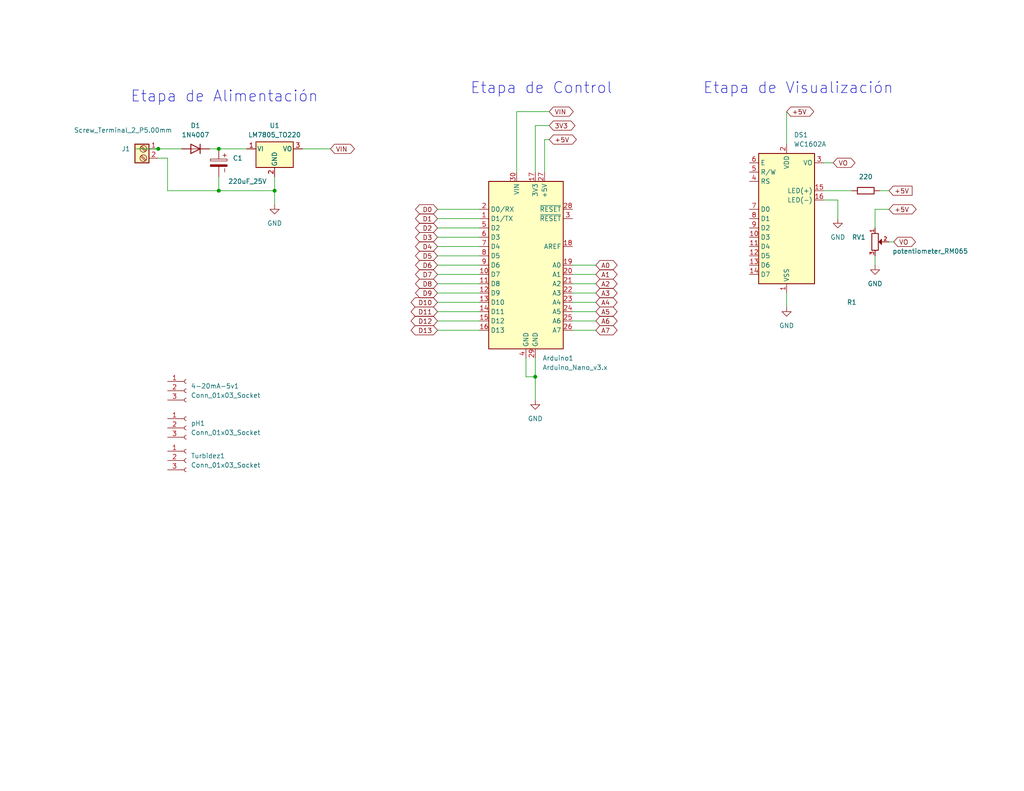
<source format=kicad_sch>
(kicad_sch (version 20230121) (generator eeschema)
  (paper "USLetter")
  (title_block (title "Esquemático Asocontador") (date "2023-09-27") (rev "hjestrada") (company "Tecnoparque Nodo Pitalito"))
  (lib_symbols
    (symbol "Connector:Conn_01x03_Socket" (pin_names (offset 1.016) hide)
      (property "Reference" "J" (at 0 5.08 0))
      (property "Value" "Conn_01x03_Socket" (at 0 -5.08 0))
      (symbol "Conn_01x03_Socket_1_1"
        (arc (start 0 -2.032) (mid -0.5058 -2.54) (end 0 -3.048) (stroke (width 0.1524)))
        (polyline (pts (xy -1.27 -2.54) (xy -0.508 -2.54)) (stroke (width 0.1524)))
        (polyline (pts (xy -1.27 0) (xy -0.508 0)) (stroke (width 0.1524)))
        (polyline (pts (xy -1.27 2.54) (xy -0.508 2.54)) (stroke (width 0.1524)))
        (arc (start 0 0.508) (mid -0.5058 0) (end 0 -0.508) (stroke (width 0.1524)))
        (arc (start 0 3.048) (mid -0.5058 2.54) (end 0 2.032) (stroke (width 0.1524)))
        (pin passive line (at -5.08 2.54 0) (length 3.81) (name "Pin_1") (number "1"))
        (pin passive line (at -5.08 0 0) (length 3.81) (name "Pin_2") (number "2"))
        (pin passive line (at -5.08 -2.54 0) (length 3.81) (name "Pin_3") (number "3"))
      )
    )
    (symbol "Diode:1N4007" (pin_numbers hide) (pin_names hide)
      (property "Reference" "D" (at 0 2.54 0))
      (property "Value" "1N4007" (at 0 -2.54 0))
      (symbol "1N4007_0_1"
        (polyline (pts (xy -1.27 1.27) (xy -1.27 -1.27)) (stroke (width 0.254)))
        (polyline (pts (xy 1.27 0) (xy -1.27 0)))
        (polyline (pts (xy 1.27 1.27) (xy 1.27 -1.27) (xy -1.27 0) (xy 1.27 1.27)) (stroke (width 0.254)))
      )
      (symbol "1N4007_1_1"
        (pin passive line (at -3.81 0 0) (length 2.54) (name "K") (number "1"))
        (pin passive line (at 3.81 0 180) (length 2.54) (name "A") (number "2"))
      )
    )
    (symbol "Display_Character:WC1602A"
      (property "Reference" "DS" (at -5.842 19.05 0))
      (property "Value" "WC1602A" (at 5.334 19.05 0))
      (symbol "WC1602A_1_1"
        (rectangle (start -7.62 17.78) (end 7.62 -17.78) (stroke (width 0.254)) (fill (type background)))
        (pin power_in line (at 0 -20.32 90) (length 2.54) (name "VSS") (number "1"))
        (pin input line (at -10.16 -5.08 0) (length 2.54) (name "D3") (number "10"))
        (pin input line (at -10.16 -7.62 0) (length 2.54) (name "D4") (number "11"))
        (pin input line (at -10.16 -10.16 0) (length 2.54) (name "D5") (number "12"))
        (pin input line (at -10.16 -12.7 0) (length 2.54) (name "D6") (number "13"))
        (pin input line (at -10.16 -15.24 0) (length 2.54) (name "D7") (number "14"))
        (pin power_in line (at 10.16 7.62 180) (length 2.54) (name "LED(+)") (number "15"))
        (pin power_in line (at 10.16 5.08 180) (length 2.54) (name "LED(-)") (number "16"))
        (pin power_in line (at 0 20.32 270) (length 2.54) (name "VDD") (number "2"))
        (pin input line (at 10.16 15.24 180) (length 2.54) (name "VO") (number "3"))
        (pin input line (at -10.16 10.16 0) (length 2.54) (name "RS") (number "4"))
        (pin input line (at -10.16 12.7 0) (length 2.54) (name "R/W") (number "5"))
        (pin input line (at -10.16 15.24 0) (length 2.54) (name "E") (number "6"))
        (pin input line (at -10.16 2.54 0) (length 2.54) (name "D0") (number "7"))
        (pin input line (at -10.16 0 0) (length 2.54) (name "D1") (number "8"))
        (pin input line (at -10.16 -2.54 0) (length 2.54) (name "D2") (number "9"))
      )
    )
    (symbol "MCU_Module:Arduino_Nano_v3.x"
      (property "Reference" "A" (at -10.16 23.495 0))
      (property "Value" "Arduino_Nano_v3.x" (at 5.08 -24.13 0))
      (symbol "Arduino_Nano_v3.x_0_1"
        (rectangle (start -10.16 22.86) (end 10.16 -22.86) (stroke (width 0.254)) (fill (type background)))
      )
      (symbol "Arduino_Nano_v3.x_1_1"
        (pin bidirectional line (at -12.7 12.7 0) (length 2.54) (name "D1/TX") (number "1"))
        (pin bidirectional line (at -12.7 -2.54 0) (length 2.54) (name "D7") (number "10"))
        (pin bidirectional line (at -12.7 -5.08 0) (length 2.54) (name "D8") (number "11"))
        (pin bidirectional line (at -12.7 -7.62 0) (length 2.54) (name "D9") (number "12"))
        (pin bidirectional line (at -12.7 -10.16 0) (length 2.54) (name "D10") (number "13"))
        (pin bidirectional line (at -12.7 -12.7 0) (length 2.54) (name "D11") (number "14"))
        (pin bidirectional line (at -12.7 -15.24 0) (length 2.54) (name "D12") (number "15"))
        (pin bidirectional line (at -12.7 -17.78 0) (length 2.54) (name "D13") (number "16"))
        (pin power_out line (at 2.54 25.4 270) (length 2.54) (name "3V3") (number "17"))
        (pin input line (at 12.7 5.08 180) (length 2.54) (name "AREF") (number "18"))
        (pin bidirectional line (at 12.7 0 180) (length 2.54) (name "A0") (number "19"))
        (pin bidirectional line (at -12.7 15.24 0) (length 2.54) (name "D0/RX") (number "2"))
        (pin bidirectional line (at 12.7 -2.54 180) (length 2.54) (name "A1") (number "20"))
        (pin bidirectional line (at 12.7 -5.08 180) (length 2.54) (name "A2") (number "21"))
        (pin bidirectional line (at 12.7 -7.62 180) (length 2.54) (name "A3") (number "22"))
        (pin bidirectional line (at 12.7 -10.16 180) (length 2.54) (name "A4") (number "23"))
        (pin bidirectional line (at 12.7 -12.7 180) (length 2.54) (name "A5") (number "24"))
        (pin bidirectional line (at 12.7 -15.24 180) (length 2.54) (name "A6") (number "25"))
        (pin bidirectional line (at 12.7 -17.78 180) (length 2.54) (name "A7") (number "26"))
        (pin power_out line (at 5.08 25.4 270) (length 2.54) (name "+5V") (number "27"))
        (pin input line (at 12.7 15.24 180) (length 2.54) (name "~{RESET}") (number "28"))
        (pin power_in line (at 2.54 -25.4 90) (length 2.54) (name "GND") (number "29"))
        (pin input line (at 12.7 12.7 180) (length 2.54) (name "~{RESET}") (number "3"))
        (pin power_in line (at -2.54 25.4 270) (length 2.54) (name "VIN") (number "30"))
        (pin power_in line (at 0 -25.4 90) (length 2.54) (name "GND") (number "4"))
        (pin bidirectional line (at -12.7 10.16 0) (length 2.54) (name "D2") (number "5"))
        (pin bidirectional line (at -12.7 7.62 0) (length 2.54) (name "D3") (number "6"))
        (pin bidirectional line (at -12.7 5.08 0) (length 2.54) (name "D4") (number "7"))
        (pin bidirectional line (at -12.7 2.54 0) (length 2.54) (name "D5") (number "8"))
        (pin bidirectional line (at -12.7 0 0) (length 2.54) (name "D6") (number "9"))
      )
    )
    (symbol "PCM_SL_Capacitors:220uF_25V"
      (property "Reference" "C" (at 0 7.62 0))
      (property "Value" "220uF_25V" (at 0 5.08 0))
      (symbol "220uF_25V_0_0"
        (text "+" (at -2.032 1.524 0) (effects (font (size 1.27 1.27))))
        (text "-" (at 2.032 1.524 0) (effects (font (size 1.27 1.27))))
      )
      (symbol "220uF_25V_0_1"
        (rectangle (start -1.016 -2.286) (end -0.508 2.286))
        (rectangle (start 0.508 -2.286) (end 1.016 2.286) (fill (type outline)))
      )
      (symbol "220uF_25V_1_1"
        (pin passive line (at -3.81 0 0) (length 2.7) (name "~") (number "1"))
        (pin input line (at 3.81 0 180) (length 2.7) (name "~") (number "2"))
      )
    )
    (symbol "PCM_SL_Devices:Resistor"
      (property "Reference" "R" (at 0 5.08 0))
      (property "Value" "Resistor" (at 0 2.54 0))
      (symbol "Resistor_0_1"
        (rectangle (start -2.286 0.889) (end 2.286 -0.889) (stroke (width 0.24)))
      )
      (symbol "Resistor_1_1"
        (pin passive line (at -3.81 0 0) (length 1.5) (name "") (number "1"))
        (pin passive line (at 3.81 0 180) (length 1.5) (name "~") (number "2"))
      )
    )
    (symbol "PCM_SL_Devices:potentiometer_RM065"
      (property "Reference" "RV" (at 0 -2.032 0))
      (property "Value" "potentiometer_RM065" (at 0 -3.81 0))
      (symbol "potentiometer_RM065_0_1"
        (rectangle (start -2.286 0.889) (end 2.286 -0.889) (stroke (width 0.24)))
        (polyline (pts (xy 0 1.016) (xy 0.762 1.778) (xy -0.762 1.778) (xy 0 1.016)) (fill (type outline)))
      )
      (symbol "potentiometer_RM065_1_1"
        (pin passive line (at -3.81 0 0) (length 1.5) (name "~") (number "1"))
        (pin passive line (at 0 3.81 270) (length 2) (name "~") (number "2"))
        (pin passive line (at 3.81 0 180) (length 1.5) (name "~") (number "3"))
      )
    )
    (symbol "PCM_SL_Screw_Terminal:Screw_Terminal_2_P5.00mm"
      (property "Reference" "J" (at 0 3.81 0))
      (property "Value" "Screw_Terminal_2_P5.00mm" (at 0 -3.81 0))
      (symbol "Screw_Terminal_2_P5.00mm_0_1"
        (rectangle (start -1.27 2.54) (end 2.54 -2.54) (stroke (width 0.3)) (fill (type background)))
        (polyline (pts (xy -0.254 -2.032) (xy 1.016 -0.762)))
        (polyline (pts (xy -0.254 0.508) (xy 1.016 1.778)))
        (polyline (pts (xy 0 -1.27) (xy -0.508 -1.778) (xy 0.762 -0.508)))
        (polyline (pts (xy 0 1.27) (xy -0.508 0.762) (xy 0.762 2.032)))
        (circle (center 0.254 -1.27) (radius 0.9158))
        (circle (center 0.254 1.27) (radius 0.9158))
      )
      (symbol "Screw_Terminal_2_P5.00mm_1_1"
        (pin passive line (at -3.81 1.27 0) (length 2.54) (name "") (number "1"))
        (pin passive line (at -3.81 -1.27 0) (length 2.54) (name "") (number "2"))
      )
    )
    (symbol "Regulator_Linear:LM7805_TO220" (pin_names (offset 0.254))
      (property "Reference" "U" (at -3.81 3.175 0))
      (property "Value" "LM7805_TO220" (at 0 3.175 0))
      (symbol "LM7805_TO220_0_1"
        (rectangle (start -5.08 1.905) (end 5.08 -5.08) (stroke (width 0.254)) (fill (type background)))
      )
      (symbol "LM7805_TO220_1_1"
        (pin power_in line (at -7.62 0 0) (length 2.54) (name "VI") (number "1"))
        (pin power_in line (at 0 -7.62 90) (length 2.54) (name "GND") (number "2"))
        (pin power_out line (at 7.62 0 180) (length 2.54) (name "VO") (number "3"))
      )
    )
    (symbol "power:GND" (power) (pin_names (offset 0))
      (property "Value" "GND" (at 0 -3.81 0))
      (symbol "GND_0_1"
        (polyline (pts (xy 0 0) (xy 0 -1.27) (xy 1.27 -1.27) (xy 0 -2.54) (xy -1.27 -1.27) (xy 0 -1.27)))
      )
      (symbol "GND_1_1"
        (pin power_in line (at 0 0 270) (length 0) hide (name "GND") (number "1"))
      )
    )
  )
  (junction (at 59.69 40.64))
  (junction (at 59.69 52.07))
  (junction (at 146.05 102.87))
  (junction (at 43.18 40.64))
  (junction (at 74.93 52.07))
  (wire (pts (xy 74.93 48.26) (xy 74.93 52.07)))
  (wire (pts (xy 45.72 43.18) (xy 45.72 52.07)))
  (wire (pts (xy 59.69 52.07) (xy 74.93 52.07)))
  (wire (pts (xy 238.76 69.85) (xy 238.76 72.39)))
  (wire (pts (xy 156.21 87.63) (xy 162.56 87.63)))
  (wire (pts (xy 148.59 38.1) (xy 149.86 38.1)))
  (wire (pts (xy 59.69 48.26) (xy 59.69 52.07)))
  (wire (pts (xy 146.05 97.79) (xy 146.05 102.87)))
  (wire (pts (xy 238.76 57.15) (xy 242.57 57.15)))
  (wire (pts (xy 228.6 54.61) (xy 228.6 59.69)))
  (wire (pts (xy 119.38 74.93) (xy 130.81 74.93)))
  (wire (pts (xy 43.18 43.18) (xy 45.72 43.18)))
  (wire (pts (xy 156.21 82.55) (xy 162.56 82.55)))
  (wire (pts (xy 156.21 77.47) (xy 162.56 77.47)))
  (wire (pts (xy 140.97 30.48) (xy 140.97 46.99)))
  (wire (pts (xy 36.83 40.64) (xy 43.18 40.64)))
  (wire (pts (xy 119.38 67.31) (xy 130.81 67.31)))
  (wire (pts (xy 59.69 40.64) (xy 67.31 40.64)))
  (wire (pts (xy 214.63 30.48) (xy 214.63 39.37)))
  (wire (pts (xy 242.57 66.04) (xy 243.84 66.04)))
  (wire (pts (xy 57.15 40.64) (xy 59.69 40.64)))
  (wire (pts (xy 140.97 30.48) (xy 149.86 30.48)))
  (wire (pts (xy 146.05 34.29) (xy 149.86 34.29)))
  (wire (pts (xy 43.18 40.64) (xy 49.53 40.64)))
  (wire (pts (xy 119.38 69.85) (xy 130.81 69.85)))
  (wire (pts (xy 119.38 87.63) (xy 130.81 87.63)))
  (wire (pts (xy 119.38 57.15) (xy 130.81 57.15)))
  (wire (pts (xy 119.38 80.01) (xy 130.81 80.01)))
  (wire (pts (xy 156.21 74.93) (xy 162.56 74.93)))
  (wire (pts (xy 119.38 82.55) (xy 130.81 82.55)))
  (wire (pts (xy 214.63 80.01) (xy 214.63 83.82)))
  (wire (pts (xy 143.51 97.79) (xy 143.51 102.87)))
  (wire (pts (xy 156.21 90.17) (xy 162.56 90.17)))
  (wire (pts (xy 119.38 77.47) (xy 130.81 77.47)))
  (wire (pts (xy 45.72 52.07) (xy 59.69 52.07)))
  (wire (pts (xy 82.55 40.64) (xy 90.17 40.64)))
  (wire (pts (xy 238.76 57.15) (xy 238.76 62.23)))
  (wire (pts (xy 119.38 72.39) (xy 130.81 72.39)))
  (wire (pts (xy 119.38 85.09) (xy 130.81 85.09)))
  (wire (pts (xy 119.38 90.17) (xy 130.81 90.17)))
  (wire (pts (xy 224.79 52.07) (xy 232.41 52.07)))
  (wire (pts (xy 119.38 62.23) (xy 130.81 62.23)))
  (wire (pts (xy 119.38 59.69) (xy 130.81 59.69)))
  (wire (pts (xy 156.21 85.09) (xy 162.56 85.09)))
  (wire (pts (xy 156.21 72.39) (xy 162.56 72.39)))
  (wire (pts (xy 224.79 44.45) (xy 227.33 44.45)))
  (wire (pts (xy 156.21 80.01) (xy 162.56 80.01)))
  (wire (pts (xy 146.05 46.99) (xy 146.05 34.29)))
  (wire (pts (xy 143.51 102.87) (xy 146.05 102.87)))
  (wire (pts (xy 242.57 52.07) (xy 240.03 52.07)))
  (wire (pts (xy 74.93 52.07) (xy 74.93 55.88)))
  (wire (pts (xy 146.05 102.87) (xy 146.05 109.22)))
  (wire (pts (xy 119.38 64.77) (xy 130.81 64.77)))
  (wire (pts (xy 148.59 38.1) (xy 148.59 46.99)))
  (wire (pts (xy 224.79 54.61) (xy 228.6 54.61)))
  (text "Etapa de Visualización\n\n\n" (at 191.77 35.56 0) (effects (font (size 3 3)) (justify left bottom)))
  (text "Etapa de Alimentación\n\n" (at 35.56 33.02 0) (effects (font (size 3 3)) (justify left bottom)))
  (text "Etapa de Control\n\n\n" (at 128.27 35.56 0) (effects (font (size 3 3)) (justify left bottom)))
  (global_label "A5" (shape bidirectional) (at 162.56 85.09 0) (property "Intersheetrefs" "${INTERSHEET_REFS}" (effects hide)))
  (global_label "+5V" (shape bidirectional) (at 214.63 30.48 0) (property "Intersheetrefs" "${INTERSHEET_REFS}" (effects hide)))
  (global_label "+5V" (shape input) (at 242.57 52.07 0) (property "Intersheetrefs" "${INTERSHEET_REFS}" (effects hide)))
  (global_label "D7" (shape bidirectional) (at 119.38 74.93 180) (property "Intersheetrefs" "${INTERSHEET_REFS}" (effects hide)))
  (global_label "D10" (shape bidirectional) (at 119.38 82.55 180) (property "Intersheetrefs" "${INTERSHEET_REFS}" (effects hide)))
  (global_label "A2" (shape bidirectional) (at 162.56 77.47 0) (property "Intersheetrefs" "${INTERSHEET_REFS}" (effects hide)))
  (global_label "+5V" (shape bidirectional) (at 242.57 57.15 0) (property "Intersheetrefs" "${INTERSHEET_REFS}" (effects hide)))
  (global_label "A4" (shape bidirectional) (at 162.56 82.55 0) (property "Intersheetrefs" "${INTERSHEET_REFS}" (effects hide)))
  (global_label "A7" (shape bidirectional) (at 162.56 90.17 0) (property "Intersheetrefs" "${INTERSHEET_REFS}" (effects hide)))
  (global_label "D13" (shape bidirectional) (at 119.38 90.17 180) (property "Intersheetrefs" "${INTERSHEET_REFS}" (effects hide)))
  (global_label "D6" (shape bidirectional) (at 119.38 72.39 180) (property "Intersheetrefs" "${INTERSHEET_REFS}" (effects hide)))
  (global_label "D12" (shape bidirectional) (at 119.38 87.63 180) (property "Intersheetrefs" "${INTERSHEET_REFS}" (effects hide)))
  (global_label "A0" (shape bidirectional) (at 162.56 72.39 0) (property "Intersheetrefs" "${INTERSHEET_REFS}" (effects hide)))
  (global_label "VIN" (shape bidirectional) (at 90.17 40.64 0) (property "Intersheetrefs" "${INTERSHEET_REFS}" (effects hide)))
  (global_label "VO" (shape bidirectional) (at 243.84 66.04 0) (property "Intersheetrefs" "${INTERSHEET_REFS}" (effects hide)))
  (global_label "D3" (shape bidirectional) (at 119.38 64.77 180) (property "Intersheetrefs" "${INTERSHEET_REFS}" (effects hide)))
  (global_label "+5V" (shape bidirectional) (at 149.86 38.1 0) (property "Intersheetrefs" "${INTERSHEET_REFS}" (effects hide)))
  (global_label "A1" (shape bidirectional) (at 162.56 74.93 0) (property "Intersheetrefs" "${INTERSHEET_REFS}" (effects hide)))
  (global_label "VO" (shape bidirectional) (at 227.33 44.45 0) (property "Intersheetrefs" "${INTERSHEET_REFS}" (effects hide)))
  (global_label "3V3" (shape bidirectional) (at 149.86 34.29 0) (property "Intersheetrefs" "${INTERSHEET_REFS}" (effects hide)))
  (global_label "D2" (shape bidirectional) (at 119.38 62.23 180) (property "Intersheetrefs" "${INTERSHEET_REFS}" (effects hide)))
  (global_label "D8" (shape bidirectional) (at 119.38 77.47 180) (property "Intersheetrefs" "${INTERSHEET_REFS}" (effects hide)))
  (global_label "A6" (shape bidirectional) (at 162.56 87.63 0) (property "Intersheetrefs" "${INTERSHEET_REFS}" (effects hide)))
  (global_label "D9" (shape bidirectional) (at 119.38 80.01 180) (property "Intersheetrefs" "${INTERSHEET_REFS}" (effects hide)))
  (global_label "A3" (shape bidirectional) (at 162.56 80.01 0) (property "Intersheetrefs" "${INTERSHEET_REFS}" (effects hide)))
  (global_label "VIN" (shape bidirectional) (at 149.86 30.48 0) (property "Intersheetrefs" "${INTERSHEET_REFS}" (effects hide)))
  (global_label "D11" (shape bidirectional) (at 119.38 85.09 180) (property "Intersheetrefs" "${INTERSHEET_REFS}" (effects hide)))
  (global_label "D0" (shape bidirectional) (at 119.38 57.15 180) (property "Intersheetrefs" "${INTERSHEET_REFS}" (effects hide)))
  (global_label "D5" (shape bidirectional) (at 119.38 69.85 180) (property "Intersheetrefs" "${INTERSHEET_REFS}" (effects hide)))
  (global_label "D4" (shape bidirectional) (at 119.38 67.31 180) (property "Intersheetrefs" "${INTERSHEET_REFS}" (effects hide)))
  (global_label "D1" (shape bidirectional) (at 119.38 59.69 180) (property "Intersheetrefs" "${INTERSHEET_REFS}" (effects hide)))
  (symbol (lib_id "power:GND") (at 74.93 55.88 0) (unit 1)
    (property "Reference" "#PWR02" (effects hide))
    (property "Value" "GND" (at 74.93 60.96 0))
  )
  (symbol (lib_id "Connector:Conn_01x03_Socket") (at 50.8 116.84 0) (unit 1)
    (property "Reference" "pH1" (at 52.07 115.57 0) (effects (justify left)))
    (property "Value" "Conn_01x03_Socket" (at 52.07 118.11 0) (effects (justify left)))
    (property "Footprint" "Connector_JST:JST_EH_B3B-EH-A_1x03_P2.50mm_Vertical" (effects hide))
  )
  (symbol (lib_id "power:GND") (at 214.63 83.82 0) (unit 1)
    (property "Reference" "#PWR03" (effects hide))
    (property "Value" "GND" (at 214.63 88.9 0))
  )
  (symbol (lib_id "Diode:1N4007") (at 53.34 40.64 180) (unit 1)
    (property "Reference" "D1" (at 53.34 34.29 0))
    (property "Value" "1N4007" (at 53.34 36.83 0))
    (property "Footprint" "Diode_THT:D_DO-41_SOD81_P10.16mm_Horizontal" (effects hide))
    (property "Datasheet" "http://www.vishay.com/docs/88503/1n4001.pdf" (effects hide))
    (property "Sim.Device" "D" (effects hide))
    (property "Sim.Pins" "1=K 2=A" (effects hide))
  )
  (symbol (lib_id "Connector:Conn_01x03_Socket") (at 50.8 106.68 0) (unit 1)
    (property "Reference" "4-20mA-5v1" (at 52.07 105.41 0) (effects (justify left)))
    (property "Value" "Conn_01x03_Socket" (at 52.07 107.95 0) (effects (justify left)))
    (property "Footprint" "Connector_JST:JST_EH_B3B-EH-A_1x03_P2.50mm_Vertical" (effects hide))
  )
  (symbol (lib_id "power:GND") (at 238.76 72.39 0) (unit 1)
    (property "Reference" "#PWR04" (effects hide))
    (property "Value" "GND" (at 238.76 77.47 0))
  )
  (symbol (lib_id "Regulator_Linear:LM7805_TO220") (at 74.93 40.64 0) (unit 1)
    (property "Reference" "U1" (at 74.93 34.29 0))
    (property "Value" "LM7805_TO220" (at 74.93 36.83 0))
    (property "Footprint" "Package_TO_SOT_THT:TO-220F-3_Horizontal_TabDown" (effects hide))
    (property "Datasheet" "https://www.onsemi.cn/PowerSolutions/document/MC7800-D.PDF" (effects hide))
  )
  (symbol (lib_id "Display_Character:WC1602A") (at 214.63 59.69 0) (unit 1)
    (property "Reference" "DS1" (at 216.5859 36.83 0) (effects (justify left)))
    (property "Value" "WC1602A" (at 216.5859 39.37 0) (effects (justify left)))
    (property "Footprint" "Display:WC1602A" (effects hide))
    (property "Datasheet" "http://www.wincomlcd.com/pdf/WC1602A-SFYLYHTC06.pdf" (effects hide))
  )
  (symbol (lib_id "PCM_SL_Capacitors:220uF_25V") (at 59.69 44.45 270) (unit 1)
    (property "Reference" "C1" (at 63.5 43.18 90) (effects (justify left)))
    (property "Value" "220uF_25V" (at 62.23 49.53 90) (effects (justify left)))
    (property "Footprint" "Capacitor_THT:CP_Radial_D8.0mm_P3.50mm" (effects hide))
  )
  (symbol (lib_id "PCM_SL_Devices:potentiometer_RM065") (at 238.76 66.04 270) (unit 1)
    (property "Reference" "RV1" (at 236.22 64.77 90) (effects (justify right)))
    (property "Value" "potentiometer_RM065" (at 264.16 68.58 90) (effects (justify right)))
    (property "Footprint" "PCM_SL_Devices:Potentiometer_RM065" (effects hide))
  )
  (symbol (lib_id "PCM_SL_Screw_Terminal:Screw_Terminal_2_P5.00mm") (at 39.37 41.91 0) (mirror y) (unit 1)
    (property "Reference" "J1" (at 35.56 40.64 0) (effects (justify left)))
    (property "Value" "Screw_Terminal_2_P5.00mm" (at 46.99 35.56 0) (effects (justify left)))
    (property "Footprint" "TerminalBlock_Phoenix:TerminalBlock_Phoenix_PT-1,5-2-5.0-H_1x02_P5.00mm_Horizontal" (effects hide))
  )
  (symbol (lib_id "MCU_Module:Arduino_Nano_v3.x") (at 143.51 72.39 0) (unit 1)
    (property "Reference" "Arduino1" (at 148.0059 97.79 0) (effects (justify left)))
    (property "Value" "Arduino_Nano_v3.x" (at 148.0059 100.33 0) (effects (justify left)))
    (property "Footprint" "Module:Arduino_Nano" (effects hide))
    (property "Datasheet" "http://www.mouser.com/pdfdocs/Gravitech_Arduino_Nano3_0.pdf" (effects hide))
  )
  (symbol (lib_id "Connector:Conn_01x03_Socket") (at 50.8 125.73 0) (unit 1)
    (property "Reference" "Turbidez1" (at 52.07 124.46 0) (effects (justify left)))
    (property "Value" "Conn_01x03_Socket" (at 52.07 127 0) (effects (justify left)))
    (property "Footprint" "Connector_JST:JST_EH_B3B-EH-A_1x03_P2.50mm_Vertical" (effects hide))
  )
  (symbol (lib_id "power:GND") (at 228.6 59.69 0) (unit 1)
    (property "Reference" "#PWR05" (effects hide))
    (property "Value" "GND" (at 228.6 64.77 0))
  )
  (symbol (lib_id "PCM_SL_Devices:Resistor") (at 236.22 52.07 0) (unit 1)
    (property "Reference" "R1" (at 232.41 82.55 0))
    (property "Value" "220" (at 236.22 48.26 0))
    (property "Footprint" "Resistor_THT:R_Axial_DIN0207_L6.3mm_D2.5mm_P10.16mm_Horizontal" (effects hide))
  )
  (symbol (lib_id "power:GND") (at 146.05 109.22 0) (unit 1)
    (property "Reference" "#PWR01" (effects hide))
    (property "Value" "GND" (at 146.05 114.3 0))
  )
)
</source>
